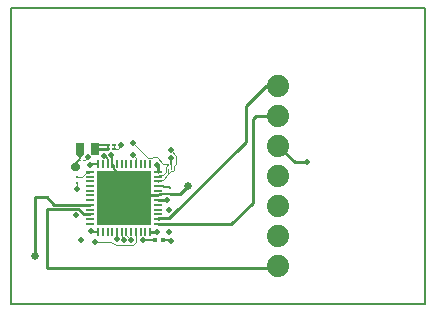
<source format=gtl>
G75*
%MOIN*%
%OFA0B0*%
%FSLAX25Y25*%
%IPPOS*%
%LPD*%
%AMOC8*
5,1,8,0,0,1.08239X$1,22.5*
%
%ADD10C,0.00600*%
%ADD11R,0.02677X0.00906*%
%ADD12R,0.18110X0.18110*%
%ADD13R,0.00906X0.02677*%
%ADD14R,0.02520X0.04016*%
%ADD15R,0.00492X0.00591*%
%ADD16R,0.01181X0.00787*%
%ADD17R,0.00984X0.00984*%
%ADD18R,0.01378X0.01575*%
%ADD19C,0.07400*%
%ADD20C,0.02000*%
%ADD21C,0.00400*%
%ADD22C,0.00500*%
%ADD23C,0.02578*%
%ADD24C,0.01000*%
%ADD25C,0.02800*%
%ADD26C,0.00800*%
D10*
X0001300Y0001300D02*
X0139095Y0001300D01*
X0139095Y0099725D01*
X0001300Y0099725D01*
X0001300Y0001300D01*
X0027961Y0025513D02*
X0028158Y0025316D01*
X0030245Y0025316D01*
X0038906Y0036576D02*
X0038906Y0042692D01*
X0035391Y0046207D01*
X0035391Y0047413D01*
X0034969Y0047835D01*
X0030245Y0047835D02*
X0027741Y0047835D01*
X0027497Y0047670D01*
X0031036Y0044418D02*
X0031064Y0044418D01*
X0038906Y0036576D01*
X0046374Y0036576D01*
X0051762Y0022448D02*
X0054378Y0022448D01*
X0054603Y0022223D01*
X0033564Y0052981D02*
X0033564Y0054162D01*
X0030304Y0054162D01*
X0029162Y0053020D01*
D11*
X0027646Y0045237D03*
X0027646Y0043662D03*
X0027646Y0042087D03*
X0027646Y0040513D03*
X0027646Y0038938D03*
X0027646Y0037363D03*
X0027646Y0035788D03*
X0027646Y0034213D03*
X0027646Y0032639D03*
X0027646Y0031064D03*
X0027646Y0029489D03*
X0027646Y0027914D03*
X0050166Y0027914D03*
X0050166Y0029489D03*
X0050166Y0031064D03*
X0050166Y0032639D03*
X0050166Y0034213D03*
X0050166Y0035788D03*
X0050166Y0037363D03*
X0050166Y0038938D03*
X0050166Y0040513D03*
X0050166Y0042087D03*
X0050166Y0043662D03*
X0050166Y0045237D03*
D12*
X0038906Y0036576D03*
D13*
X0038119Y0047835D03*
X0039694Y0047835D03*
X0041269Y0047835D03*
X0042843Y0047835D03*
X0044418Y0047835D03*
X0045993Y0047835D03*
X0047568Y0047835D03*
X0036544Y0047835D03*
X0034969Y0047835D03*
X0033394Y0047835D03*
X0031820Y0047835D03*
X0030245Y0047835D03*
X0030245Y0025316D03*
X0031820Y0025316D03*
X0033394Y0025316D03*
X0034969Y0025316D03*
X0036544Y0025316D03*
X0038119Y0025316D03*
X0039694Y0025316D03*
X0041269Y0025316D03*
X0042843Y0025316D03*
X0044418Y0025316D03*
X0045993Y0025316D03*
X0047568Y0025316D03*
D14*
X0029162Y0053020D03*
X0024123Y0053020D03*
D15*
X0024223Y0049242D03*
X0025153Y0049242D03*
X0053654Y0047721D03*
X0054584Y0047721D03*
X0054569Y0046351D03*
X0053639Y0046351D03*
D16*
X0035690Y0052981D03*
X0035690Y0054162D03*
X0033564Y0054162D03*
X0033564Y0052981D03*
D17*
X0023217Y0043413D03*
X0023217Y0041613D03*
X0054363Y0039787D03*
X0054363Y0037987D03*
D18*
X0051762Y0022448D03*
X0049321Y0022448D03*
D19*
X0090260Y0023992D03*
X0090260Y0033992D03*
X0090260Y0043992D03*
X0090260Y0053992D03*
X0090260Y0063992D03*
X0090260Y0073992D03*
X0090260Y0013992D03*
D20*
X0054603Y0022223D03*
X0053981Y0025233D03*
X0049860Y0025084D03*
X0045174Y0022577D03*
X0041356Y0022577D03*
X0038956Y0022577D03*
X0036548Y0022745D03*
X0029095Y0021918D03*
X0024607Y0022619D03*
X0027961Y0025513D03*
X0031076Y0028863D03*
X0022741Y0031020D03*
X0023202Y0039465D03*
X0031036Y0044418D03*
X0027497Y0047670D03*
X0026709Y0050070D03*
X0022682Y0046831D03*
X0032203Y0050574D03*
X0034603Y0050894D03*
X0037883Y0054072D03*
X0041744Y0054787D03*
X0041906Y0050922D03*
X0049733Y0047496D03*
X0054631Y0049926D03*
X0054450Y0052481D03*
X0053135Y0035728D03*
X0053855Y0032359D03*
X0099725Y0048544D03*
D21*
X0056231Y0047978D02*
X0056231Y0050589D01*
X0054450Y0052370D01*
X0054450Y0052481D01*
X0051826Y0048018D02*
X0049773Y0050071D01*
X0046757Y0049774D01*
X0041744Y0054787D01*
X0037883Y0054072D02*
X0036792Y0052981D01*
X0035690Y0052981D01*
X0035690Y0054162D01*
X0041906Y0050922D02*
X0042843Y0049985D01*
X0042843Y0047835D01*
X0050166Y0043662D02*
X0050688Y0044184D01*
X0051753Y0044184D01*
X0052793Y0045224D01*
X0052793Y0046895D01*
X0053144Y0047246D01*
X0053180Y0047246D01*
X0053654Y0047721D01*
X0051826Y0048018D01*
X0053639Y0046351D02*
X0053639Y0044607D01*
X0054487Y0045456D01*
X0055063Y0045456D01*
X0055431Y0045823D01*
X0055431Y0047177D01*
X0056231Y0047978D01*
X0054584Y0047721D02*
X0054569Y0047706D01*
X0054569Y0046351D01*
X0053639Y0044607D02*
X0053639Y0044495D01*
X0051753Y0042609D01*
X0050688Y0042609D01*
X0050166Y0042087D01*
X0050292Y0041961D01*
X0042843Y0025316D02*
X0042843Y0023353D01*
X0042956Y0023240D01*
X0042956Y0021914D01*
X0042019Y0020977D01*
X0036049Y0020942D01*
X0034494Y0021883D01*
X0029095Y0021918D01*
X0036548Y0022745D02*
X0036544Y0022816D01*
X0036544Y0025316D01*
X0038119Y0025316D02*
X0038119Y0023504D01*
X0038156Y0023467D01*
X0038156Y0023377D01*
X0038956Y0022577D01*
X0039694Y0024239D02*
X0041356Y0022577D01*
X0039694Y0024239D02*
X0039694Y0025316D01*
X0023217Y0039481D02*
X0023202Y0039465D01*
X0023217Y0039481D02*
X0023217Y0041613D01*
X0023217Y0043413D02*
X0024757Y0043413D01*
X0026059Y0044715D01*
X0027124Y0044715D01*
X0027646Y0045237D01*
X0025888Y0049249D02*
X0025153Y0049242D01*
X0025888Y0049249D02*
X0026709Y0050070D01*
D22*
X0024223Y0049242D02*
X0023827Y0049095D01*
X0032203Y0050574D02*
X0033394Y0049383D01*
X0033394Y0047835D01*
X0034969Y0047835D02*
X0034969Y0050528D01*
X0034603Y0050894D01*
X0050166Y0040513D02*
X0051931Y0040513D01*
X0052132Y0040311D01*
X0053838Y0040311D01*
X0054363Y0039787D01*
X0054363Y0037987D02*
X0051926Y0037987D01*
X0051774Y0037835D01*
X0050638Y0037835D01*
X0050166Y0037363D01*
X0054584Y0047721D02*
X0054584Y0049880D01*
X0054631Y0049926D01*
X0049321Y0022448D02*
X0045247Y0022650D01*
X0045174Y0022577D01*
D23*
X0060355Y0040670D03*
X0009174Y0017048D03*
D24*
X0009174Y0036733D01*
X0013111Y0036733D01*
X0015524Y0034320D01*
X0024108Y0034320D01*
X0024215Y0034213D01*
X0027646Y0034213D01*
X0027646Y0031064D02*
X0025385Y0031064D01*
X0023528Y0032920D01*
X0021954Y0032920D01*
X0021830Y0032796D01*
X0013111Y0032796D01*
X0013111Y0013111D01*
X0089379Y0013111D01*
X0090260Y0013992D01*
X0074657Y0027914D02*
X0081711Y0034968D01*
X0081711Y0062843D01*
X0082860Y0063992D01*
X0090260Y0063992D01*
X0086361Y0073992D02*
X0079519Y0067150D01*
X0079519Y0055336D01*
X0053894Y0029711D01*
X0050388Y0029711D01*
X0050166Y0029489D01*
X0050166Y0027914D02*
X0074657Y0027914D01*
X0060355Y0040670D02*
X0057672Y0037987D01*
X0054363Y0037987D01*
X0053135Y0035728D02*
X0050227Y0035728D01*
X0050213Y0035741D01*
X0050166Y0035788D01*
X0050166Y0035741D02*
X0050213Y0035741D01*
X0050166Y0037363D02*
X0047161Y0037363D01*
X0046374Y0036576D01*
X0050166Y0045237D02*
X0050166Y0046989D01*
X0049733Y0047496D01*
X0033564Y0052981D02*
X0033524Y0053020D01*
X0029162Y0053020D01*
X0047568Y0025316D02*
X0049628Y0025316D01*
X0049860Y0025084D01*
X0090260Y0053992D02*
X0095708Y0048544D01*
X0099725Y0048544D01*
X0090260Y0073992D02*
X0086361Y0073992D01*
D25*
X0024123Y0053020D02*
X0024123Y0051677D01*
X0022735Y0046884D02*
X0022682Y0046831D01*
D26*
X0022682Y0047700D01*
X0023827Y0049095D01*
X0024107Y0049868D01*
X0024123Y0049884D01*
X0024123Y0051677D01*
M02*

</source>
